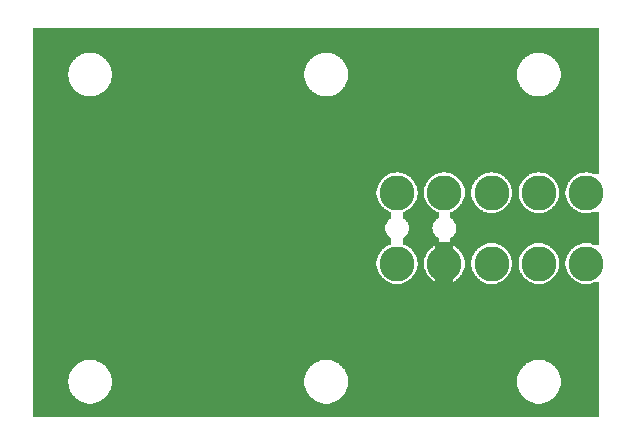
<source format=gbl>
G04 MADE WITH FRITZING*
G04 WWW.FRITZING.ORG*
G04 DOUBLE SIDED*
G04 HOLES PLATED*
G04 CONTOUR ON CENTER OF CONTOUR VECTOR*
%ASAXBY*%
%FSLAX23Y23*%
%MOIN*%
%OFA0B0*%
%SFA1.0B1.0*%
%ADD10C,0.075000*%
%ADD11C,0.116772*%
%LNCOPPER0*%
G90*
G70*
G54D10*
X1846Y1269D03*
G54D11*
X1412Y553D03*
X1570Y553D03*
X1885Y553D03*
X1727Y553D03*
X1255Y553D03*
X1255Y789D03*
X1412Y789D03*
X1570Y789D03*
X1727Y789D03*
X1885Y789D03*
G36*
X40Y1338D02*
X40Y1256D01*
X1736Y1256D01*
X1736Y1254D01*
X1746Y1254D01*
X1746Y1252D01*
X1752Y1252D01*
X1752Y1250D01*
X1756Y1250D01*
X1756Y1248D01*
X1760Y1248D01*
X1760Y1246D01*
X1764Y1246D01*
X1764Y1244D01*
X1768Y1244D01*
X1768Y1242D01*
X1770Y1242D01*
X1770Y1240D01*
X1772Y1240D01*
X1772Y1238D01*
X1774Y1238D01*
X1774Y1236D01*
X1778Y1236D01*
X1778Y1234D01*
X1780Y1234D01*
X1780Y1232D01*
X1782Y1232D01*
X1782Y1228D01*
X1784Y1228D01*
X1784Y1226D01*
X1786Y1226D01*
X1786Y1224D01*
X1788Y1224D01*
X1788Y1220D01*
X1790Y1220D01*
X1790Y1218D01*
X1792Y1218D01*
X1792Y1214D01*
X1794Y1214D01*
X1794Y1210D01*
X1796Y1210D01*
X1796Y1204D01*
X1798Y1204D01*
X1798Y1196D01*
X1800Y1196D01*
X1800Y1170D01*
X1798Y1170D01*
X1798Y1162D01*
X1796Y1162D01*
X1796Y1156D01*
X1794Y1156D01*
X1794Y1152D01*
X1792Y1152D01*
X1792Y1148D01*
X1790Y1148D01*
X1790Y1144D01*
X1788Y1144D01*
X1788Y1142D01*
X1786Y1142D01*
X1786Y1138D01*
X1784Y1138D01*
X1784Y1136D01*
X1782Y1136D01*
X1782Y1134D01*
X1780Y1134D01*
X1780Y1132D01*
X1778Y1132D01*
X1778Y1130D01*
X1776Y1130D01*
X1776Y1128D01*
X1774Y1128D01*
X1774Y1126D01*
X1772Y1126D01*
X1772Y1124D01*
X1768Y1124D01*
X1768Y1122D01*
X1766Y1122D01*
X1766Y1120D01*
X1762Y1120D01*
X1762Y1118D01*
X1758Y1118D01*
X1758Y1116D01*
X1754Y1116D01*
X1754Y1114D01*
X1748Y1114D01*
X1748Y1112D01*
X1740Y1112D01*
X1740Y1110D01*
X1928Y1110D01*
X1928Y1338D01*
X40Y1338D01*
G37*
D02*
G36*
X40Y1256D02*
X40Y1110D01*
X218Y1110D01*
X218Y1112D01*
X210Y1112D01*
X210Y1114D01*
X204Y1114D01*
X204Y1116D01*
X200Y1116D01*
X200Y1118D01*
X196Y1118D01*
X196Y1120D01*
X194Y1120D01*
X194Y1122D01*
X190Y1122D01*
X190Y1124D01*
X188Y1124D01*
X188Y1126D01*
X186Y1126D01*
X186Y1128D01*
X182Y1128D01*
X182Y1130D01*
X180Y1130D01*
X180Y1132D01*
X178Y1132D01*
X178Y1134D01*
X176Y1134D01*
X176Y1138D01*
X174Y1138D01*
X174Y1140D01*
X172Y1140D01*
X172Y1142D01*
X170Y1142D01*
X170Y1146D01*
X168Y1146D01*
X168Y1150D01*
X166Y1150D01*
X166Y1154D01*
X164Y1154D01*
X164Y1158D01*
X162Y1158D01*
X162Y1164D01*
X160Y1164D01*
X160Y1174D01*
X158Y1174D01*
X158Y1192D01*
X160Y1192D01*
X160Y1202D01*
X162Y1202D01*
X162Y1208D01*
X164Y1208D01*
X164Y1212D01*
X166Y1212D01*
X166Y1216D01*
X168Y1216D01*
X168Y1220D01*
X170Y1220D01*
X170Y1222D01*
X172Y1222D01*
X172Y1226D01*
X174Y1226D01*
X174Y1228D01*
X176Y1228D01*
X176Y1230D01*
X178Y1230D01*
X178Y1232D01*
X180Y1232D01*
X180Y1234D01*
X182Y1234D01*
X182Y1236D01*
X184Y1236D01*
X184Y1238D01*
X186Y1238D01*
X186Y1240D01*
X188Y1240D01*
X188Y1242D01*
X192Y1242D01*
X192Y1244D01*
X194Y1244D01*
X194Y1246D01*
X198Y1246D01*
X198Y1248D01*
X202Y1248D01*
X202Y1250D01*
X206Y1250D01*
X206Y1252D01*
X212Y1252D01*
X212Y1254D01*
X222Y1254D01*
X222Y1256D01*
X40Y1256D01*
G37*
D02*
G36*
X240Y1256D02*
X240Y1254D01*
X250Y1254D01*
X250Y1252D01*
X256Y1252D01*
X256Y1250D01*
X260Y1250D01*
X260Y1248D01*
X264Y1248D01*
X264Y1246D01*
X268Y1246D01*
X268Y1244D01*
X272Y1244D01*
X272Y1242D01*
X274Y1242D01*
X274Y1240D01*
X276Y1240D01*
X276Y1238D01*
X278Y1238D01*
X278Y1236D01*
X282Y1236D01*
X282Y1234D01*
X284Y1234D01*
X284Y1232D01*
X286Y1232D01*
X286Y1228D01*
X288Y1228D01*
X288Y1226D01*
X290Y1226D01*
X290Y1224D01*
X292Y1224D01*
X292Y1220D01*
X294Y1220D01*
X294Y1218D01*
X296Y1218D01*
X296Y1214D01*
X298Y1214D01*
X298Y1208D01*
X300Y1208D01*
X300Y1204D01*
X302Y1204D01*
X302Y1196D01*
X304Y1196D01*
X304Y1170D01*
X302Y1170D01*
X302Y1162D01*
X300Y1162D01*
X300Y1156D01*
X298Y1156D01*
X298Y1152D01*
X296Y1152D01*
X296Y1148D01*
X294Y1148D01*
X294Y1144D01*
X292Y1144D01*
X292Y1142D01*
X290Y1142D01*
X290Y1138D01*
X288Y1138D01*
X288Y1136D01*
X286Y1136D01*
X286Y1134D01*
X284Y1134D01*
X284Y1132D01*
X282Y1132D01*
X282Y1130D01*
X280Y1130D01*
X280Y1128D01*
X278Y1128D01*
X278Y1126D01*
X276Y1126D01*
X276Y1124D01*
X272Y1124D01*
X272Y1122D01*
X270Y1122D01*
X270Y1120D01*
X266Y1120D01*
X266Y1118D01*
X262Y1118D01*
X262Y1116D01*
X258Y1116D01*
X258Y1114D01*
X252Y1114D01*
X252Y1112D01*
X244Y1112D01*
X244Y1110D01*
X1006Y1110D01*
X1006Y1112D01*
X998Y1112D01*
X998Y1114D01*
X992Y1114D01*
X992Y1116D01*
X988Y1116D01*
X988Y1118D01*
X984Y1118D01*
X984Y1120D01*
X980Y1120D01*
X980Y1122D01*
X978Y1122D01*
X978Y1124D01*
X976Y1124D01*
X976Y1126D01*
X972Y1126D01*
X972Y1128D01*
X970Y1128D01*
X970Y1130D01*
X968Y1130D01*
X968Y1132D01*
X966Y1132D01*
X966Y1134D01*
X964Y1134D01*
X964Y1136D01*
X962Y1136D01*
X962Y1140D01*
X960Y1140D01*
X960Y1142D01*
X958Y1142D01*
X958Y1144D01*
X956Y1144D01*
X956Y1148D01*
X954Y1148D01*
X954Y1152D01*
X952Y1152D01*
X952Y1156D01*
X950Y1156D01*
X950Y1162D01*
X948Y1162D01*
X948Y1170D01*
X946Y1170D01*
X946Y1196D01*
X948Y1196D01*
X948Y1204D01*
X950Y1204D01*
X950Y1208D01*
X952Y1208D01*
X952Y1214D01*
X954Y1214D01*
X954Y1218D01*
X956Y1218D01*
X956Y1220D01*
X958Y1220D01*
X958Y1224D01*
X960Y1224D01*
X960Y1226D01*
X962Y1226D01*
X962Y1228D01*
X964Y1228D01*
X964Y1230D01*
X966Y1230D01*
X966Y1234D01*
X968Y1234D01*
X968Y1236D01*
X972Y1236D01*
X972Y1238D01*
X974Y1238D01*
X974Y1240D01*
X976Y1240D01*
X976Y1242D01*
X978Y1242D01*
X978Y1244D01*
X982Y1244D01*
X982Y1246D01*
X986Y1246D01*
X986Y1248D01*
X990Y1248D01*
X990Y1250D01*
X994Y1250D01*
X994Y1252D01*
X1000Y1252D01*
X1000Y1254D01*
X1010Y1254D01*
X1010Y1256D01*
X240Y1256D01*
G37*
D02*
G36*
X1028Y1256D02*
X1028Y1254D01*
X1038Y1254D01*
X1038Y1252D01*
X1044Y1252D01*
X1044Y1250D01*
X1048Y1250D01*
X1048Y1248D01*
X1052Y1248D01*
X1052Y1246D01*
X1056Y1246D01*
X1056Y1244D01*
X1058Y1244D01*
X1058Y1242D01*
X1062Y1242D01*
X1062Y1240D01*
X1064Y1240D01*
X1064Y1238D01*
X1066Y1238D01*
X1066Y1236D01*
X1068Y1236D01*
X1068Y1234D01*
X1070Y1234D01*
X1070Y1232D01*
X1072Y1232D01*
X1072Y1230D01*
X1074Y1230D01*
X1074Y1228D01*
X1076Y1228D01*
X1076Y1226D01*
X1078Y1226D01*
X1078Y1222D01*
X1080Y1222D01*
X1080Y1220D01*
X1082Y1220D01*
X1082Y1216D01*
X1084Y1216D01*
X1084Y1212D01*
X1086Y1212D01*
X1086Y1208D01*
X1088Y1208D01*
X1088Y1202D01*
X1090Y1202D01*
X1090Y1192D01*
X1092Y1192D01*
X1092Y1172D01*
X1090Y1172D01*
X1090Y1164D01*
X1088Y1164D01*
X1088Y1158D01*
X1086Y1158D01*
X1086Y1154D01*
X1084Y1154D01*
X1084Y1150D01*
X1082Y1150D01*
X1082Y1146D01*
X1080Y1146D01*
X1080Y1142D01*
X1078Y1142D01*
X1078Y1140D01*
X1076Y1140D01*
X1076Y1138D01*
X1074Y1138D01*
X1074Y1134D01*
X1072Y1134D01*
X1072Y1132D01*
X1070Y1132D01*
X1070Y1130D01*
X1068Y1130D01*
X1068Y1128D01*
X1064Y1128D01*
X1064Y1126D01*
X1062Y1126D01*
X1062Y1124D01*
X1060Y1124D01*
X1060Y1122D01*
X1056Y1122D01*
X1056Y1120D01*
X1054Y1120D01*
X1054Y1118D01*
X1050Y1118D01*
X1050Y1116D01*
X1046Y1116D01*
X1046Y1114D01*
X1040Y1114D01*
X1040Y1112D01*
X1032Y1112D01*
X1032Y1110D01*
X1714Y1110D01*
X1714Y1112D01*
X1706Y1112D01*
X1706Y1114D01*
X1700Y1114D01*
X1700Y1116D01*
X1696Y1116D01*
X1696Y1118D01*
X1692Y1118D01*
X1692Y1120D01*
X1690Y1120D01*
X1690Y1122D01*
X1686Y1122D01*
X1686Y1124D01*
X1684Y1124D01*
X1684Y1126D01*
X1682Y1126D01*
X1682Y1128D01*
X1678Y1128D01*
X1678Y1130D01*
X1676Y1130D01*
X1676Y1132D01*
X1674Y1132D01*
X1674Y1136D01*
X1672Y1136D01*
X1672Y1138D01*
X1670Y1138D01*
X1670Y1140D01*
X1668Y1140D01*
X1668Y1142D01*
X1666Y1142D01*
X1666Y1146D01*
X1664Y1146D01*
X1664Y1150D01*
X1662Y1150D01*
X1662Y1154D01*
X1660Y1154D01*
X1660Y1158D01*
X1658Y1158D01*
X1658Y1164D01*
X1656Y1164D01*
X1656Y1174D01*
X1654Y1174D01*
X1654Y1192D01*
X1656Y1192D01*
X1656Y1202D01*
X1658Y1202D01*
X1658Y1208D01*
X1660Y1208D01*
X1660Y1212D01*
X1662Y1212D01*
X1662Y1216D01*
X1664Y1216D01*
X1664Y1220D01*
X1666Y1220D01*
X1666Y1222D01*
X1668Y1222D01*
X1668Y1226D01*
X1670Y1226D01*
X1670Y1228D01*
X1672Y1228D01*
X1672Y1230D01*
X1674Y1230D01*
X1674Y1232D01*
X1676Y1232D01*
X1676Y1234D01*
X1678Y1234D01*
X1678Y1236D01*
X1680Y1236D01*
X1680Y1238D01*
X1682Y1238D01*
X1682Y1240D01*
X1684Y1240D01*
X1684Y1242D01*
X1688Y1242D01*
X1688Y1244D01*
X1690Y1244D01*
X1690Y1246D01*
X1694Y1246D01*
X1694Y1248D01*
X1698Y1248D01*
X1698Y1250D01*
X1702Y1250D01*
X1702Y1252D01*
X1708Y1252D01*
X1708Y1254D01*
X1718Y1254D01*
X1718Y1256D01*
X1028Y1256D01*
G37*
D02*
G36*
X40Y1110D02*
X40Y1108D01*
X1928Y1108D01*
X1928Y1110D01*
X40Y1110D01*
G37*
D02*
G36*
X40Y1110D02*
X40Y1108D01*
X1928Y1108D01*
X1928Y1110D01*
X40Y1110D01*
G37*
D02*
G36*
X40Y1110D02*
X40Y1108D01*
X1928Y1108D01*
X1928Y1110D01*
X40Y1110D01*
G37*
D02*
G36*
X40Y1110D02*
X40Y1108D01*
X1928Y1108D01*
X1928Y1110D01*
X40Y1110D01*
G37*
D02*
G36*
X40Y1108D02*
X40Y858D01*
X1890Y858D01*
X1890Y856D01*
X1900Y856D01*
X1900Y854D01*
X1906Y854D01*
X1906Y852D01*
X1928Y852D01*
X1928Y1108D01*
X40Y1108D01*
G37*
D02*
G36*
X40Y858D02*
X40Y484D01*
X1246Y484D01*
X1246Y486D01*
X1238Y486D01*
X1238Y488D01*
X1232Y488D01*
X1232Y490D01*
X1228Y490D01*
X1228Y492D01*
X1224Y492D01*
X1224Y494D01*
X1220Y494D01*
X1220Y496D01*
X1218Y496D01*
X1218Y498D01*
X1214Y498D01*
X1214Y500D01*
X1212Y500D01*
X1212Y502D01*
X1210Y502D01*
X1210Y504D01*
X1208Y504D01*
X1208Y506D01*
X1206Y506D01*
X1206Y508D01*
X1204Y508D01*
X1204Y510D01*
X1202Y510D01*
X1202Y512D01*
X1200Y512D01*
X1200Y516D01*
X1198Y516D01*
X1198Y518D01*
X1196Y518D01*
X1196Y522D01*
X1194Y522D01*
X1194Y526D01*
X1192Y526D01*
X1192Y530D01*
X1190Y530D01*
X1190Y536D01*
X1188Y536D01*
X1188Y546D01*
X1186Y546D01*
X1186Y560D01*
X1188Y560D01*
X1188Y570D01*
X1190Y570D01*
X1190Y574D01*
X1192Y574D01*
X1192Y580D01*
X1194Y580D01*
X1194Y584D01*
X1196Y584D01*
X1196Y586D01*
X1198Y586D01*
X1198Y590D01*
X1200Y590D01*
X1200Y592D01*
X1202Y592D01*
X1202Y594D01*
X1204Y594D01*
X1204Y598D01*
X1206Y598D01*
X1206Y600D01*
X1208Y600D01*
X1208Y602D01*
X1210Y602D01*
X1210Y604D01*
X1214Y604D01*
X1214Y606D01*
X1216Y606D01*
X1216Y608D01*
X1218Y608D01*
X1218Y610D01*
X1222Y610D01*
X1222Y612D01*
X1224Y612D01*
X1224Y614D01*
X1228Y614D01*
X1228Y616D01*
X1234Y616D01*
X1234Y618D01*
X1236Y618D01*
X1236Y638D01*
X1232Y638D01*
X1232Y640D01*
X1230Y640D01*
X1230Y642D01*
X1228Y642D01*
X1228Y644D01*
X1226Y644D01*
X1226Y646D01*
X1224Y646D01*
X1224Y648D01*
X1222Y648D01*
X1222Y652D01*
X1220Y652D01*
X1220Y656D01*
X1218Y656D01*
X1218Y660D01*
X1216Y660D01*
X1216Y682D01*
X1218Y682D01*
X1218Y686D01*
X1220Y686D01*
X1220Y690D01*
X1222Y690D01*
X1222Y692D01*
X1224Y692D01*
X1224Y696D01*
X1226Y696D01*
X1226Y698D01*
X1228Y698D01*
X1228Y700D01*
X1230Y700D01*
X1230Y702D01*
X1234Y702D01*
X1234Y704D01*
X1236Y704D01*
X1236Y724D01*
X1232Y724D01*
X1232Y726D01*
X1228Y726D01*
X1228Y728D01*
X1224Y728D01*
X1224Y730D01*
X1220Y730D01*
X1220Y732D01*
X1218Y732D01*
X1218Y734D01*
X1216Y734D01*
X1216Y736D01*
X1212Y736D01*
X1212Y738D01*
X1210Y738D01*
X1210Y740D01*
X1208Y740D01*
X1208Y742D01*
X1206Y742D01*
X1206Y744D01*
X1204Y744D01*
X1204Y746D01*
X1202Y746D01*
X1202Y750D01*
X1200Y750D01*
X1200Y752D01*
X1198Y752D01*
X1198Y754D01*
X1196Y754D01*
X1196Y758D01*
X1194Y758D01*
X1194Y762D01*
X1192Y762D01*
X1192Y766D01*
X1190Y766D01*
X1190Y772D01*
X1188Y772D01*
X1188Y782D01*
X1186Y782D01*
X1186Y796D01*
X1188Y796D01*
X1188Y806D01*
X1190Y806D01*
X1190Y812D01*
X1192Y812D01*
X1192Y816D01*
X1194Y816D01*
X1194Y820D01*
X1196Y820D01*
X1196Y822D01*
X1198Y822D01*
X1198Y826D01*
X1200Y826D01*
X1200Y828D01*
X1202Y828D01*
X1202Y832D01*
X1204Y832D01*
X1204Y834D01*
X1206Y834D01*
X1206Y836D01*
X1208Y836D01*
X1208Y838D01*
X1210Y838D01*
X1210Y840D01*
X1212Y840D01*
X1212Y842D01*
X1216Y842D01*
X1216Y844D01*
X1218Y844D01*
X1218Y846D01*
X1222Y846D01*
X1222Y848D01*
X1224Y848D01*
X1224Y850D01*
X1228Y850D01*
X1228Y852D01*
X1232Y852D01*
X1232Y854D01*
X1238Y854D01*
X1238Y856D01*
X1250Y856D01*
X1250Y858D01*
X40Y858D01*
G37*
D02*
G36*
X1260Y858D02*
X1260Y856D01*
X1272Y856D01*
X1272Y854D01*
X1276Y854D01*
X1276Y852D01*
X1282Y852D01*
X1282Y850D01*
X1286Y850D01*
X1286Y848D01*
X1288Y848D01*
X1288Y846D01*
X1292Y846D01*
X1292Y844D01*
X1294Y844D01*
X1294Y842D01*
X1298Y842D01*
X1298Y840D01*
X1300Y840D01*
X1300Y838D01*
X1302Y838D01*
X1302Y836D01*
X1304Y836D01*
X1304Y834D01*
X1306Y834D01*
X1306Y832D01*
X1308Y832D01*
X1308Y828D01*
X1310Y828D01*
X1310Y826D01*
X1312Y826D01*
X1312Y822D01*
X1314Y822D01*
X1314Y820D01*
X1316Y820D01*
X1316Y816D01*
X1318Y816D01*
X1318Y812D01*
X1320Y812D01*
X1320Y806D01*
X1322Y806D01*
X1322Y796D01*
X1324Y796D01*
X1324Y782D01*
X1322Y782D01*
X1322Y772D01*
X1320Y772D01*
X1320Y766D01*
X1318Y766D01*
X1318Y762D01*
X1316Y762D01*
X1316Y758D01*
X1314Y758D01*
X1314Y754D01*
X1312Y754D01*
X1312Y752D01*
X1310Y752D01*
X1310Y750D01*
X1308Y750D01*
X1308Y746D01*
X1306Y746D01*
X1306Y744D01*
X1304Y744D01*
X1304Y742D01*
X1302Y742D01*
X1302Y740D01*
X1300Y740D01*
X1300Y738D01*
X1298Y738D01*
X1298Y736D01*
X1294Y736D01*
X1294Y734D01*
X1292Y734D01*
X1292Y732D01*
X1290Y732D01*
X1290Y730D01*
X1286Y730D01*
X1286Y728D01*
X1282Y728D01*
X1282Y726D01*
X1278Y726D01*
X1278Y724D01*
X1274Y724D01*
X1274Y704D01*
X1276Y704D01*
X1276Y702D01*
X1280Y702D01*
X1280Y700D01*
X1282Y700D01*
X1282Y698D01*
X1284Y698D01*
X1284Y696D01*
X1286Y696D01*
X1286Y692D01*
X1288Y692D01*
X1288Y690D01*
X1290Y690D01*
X1290Y686D01*
X1292Y686D01*
X1292Y680D01*
X1294Y680D01*
X1294Y660D01*
X1292Y660D01*
X1292Y656D01*
X1290Y656D01*
X1290Y652D01*
X1288Y652D01*
X1288Y648D01*
X1286Y648D01*
X1286Y646D01*
X1284Y646D01*
X1284Y644D01*
X1282Y644D01*
X1282Y642D01*
X1280Y642D01*
X1280Y640D01*
X1278Y640D01*
X1278Y638D01*
X1274Y638D01*
X1274Y618D01*
X1276Y618D01*
X1276Y616D01*
X1282Y616D01*
X1282Y614D01*
X1284Y614D01*
X1284Y612D01*
X1288Y612D01*
X1288Y610D01*
X1292Y610D01*
X1292Y608D01*
X1294Y608D01*
X1294Y606D01*
X1296Y606D01*
X1296Y604D01*
X1300Y604D01*
X1300Y602D01*
X1302Y602D01*
X1302Y600D01*
X1304Y600D01*
X1304Y598D01*
X1306Y598D01*
X1306Y594D01*
X1308Y594D01*
X1308Y592D01*
X1310Y592D01*
X1310Y590D01*
X1312Y590D01*
X1312Y586D01*
X1314Y586D01*
X1314Y584D01*
X1316Y584D01*
X1316Y580D01*
X1318Y580D01*
X1318Y574D01*
X1320Y574D01*
X1320Y568D01*
X1322Y568D01*
X1322Y558D01*
X1324Y558D01*
X1324Y546D01*
X1322Y546D01*
X1322Y536D01*
X1320Y536D01*
X1320Y530D01*
X1318Y530D01*
X1318Y526D01*
X1316Y526D01*
X1316Y522D01*
X1314Y522D01*
X1314Y518D01*
X1312Y518D01*
X1312Y516D01*
X1310Y516D01*
X1310Y514D01*
X1308Y514D01*
X1308Y510D01*
X1306Y510D01*
X1306Y508D01*
X1304Y508D01*
X1304Y506D01*
X1302Y506D01*
X1302Y504D01*
X1300Y504D01*
X1300Y502D01*
X1298Y502D01*
X1298Y500D01*
X1296Y500D01*
X1296Y498D01*
X1292Y498D01*
X1292Y496D01*
X1290Y496D01*
X1290Y494D01*
X1286Y494D01*
X1286Y492D01*
X1282Y492D01*
X1282Y490D01*
X1278Y490D01*
X1278Y488D01*
X1272Y488D01*
X1272Y486D01*
X1264Y486D01*
X1264Y484D01*
X1404Y484D01*
X1404Y486D01*
X1396Y486D01*
X1396Y488D01*
X1390Y488D01*
X1390Y490D01*
X1386Y490D01*
X1386Y492D01*
X1382Y492D01*
X1382Y494D01*
X1378Y494D01*
X1378Y496D01*
X1374Y496D01*
X1374Y498D01*
X1372Y498D01*
X1372Y500D01*
X1370Y500D01*
X1370Y502D01*
X1368Y502D01*
X1368Y504D01*
X1366Y504D01*
X1366Y506D01*
X1364Y506D01*
X1364Y508D01*
X1362Y508D01*
X1362Y510D01*
X1360Y510D01*
X1360Y512D01*
X1358Y512D01*
X1358Y514D01*
X1356Y514D01*
X1356Y518D01*
X1354Y518D01*
X1354Y522D01*
X1352Y522D01*
X1352Y524D01*
X1350Y524D01*
X1350Y530D01*
X1348Y530D01*
X1348Y534D01*
X1346Y534D01*
X1346Y542D01*
X1344Y542D01*
X1344Y562D01*
X1346Y562D01*
X1346Y570D01*
X1348Y570D01*
X1348Y576D01*
X1350Y576D01*
X1350Y580D01*
X1352Y580D01*
X1352Y584D01*
X1354Y584D01*
X1354Y588D01*
X1356Y588D01*
X1356Y590D01*
X1358Y590D01*
X1358Y594D01*
X1360Y594D01*
X1360Y596D01*
X1362Y596D01*
X1362Y598D01*
X1364Y598D01*
X1364Y600D01*
X1366Y600D01*
X1366Y602D01*
X1368Y602D01*
X1368Y604D01*
X1370Y604D01*
X1370Y606D01*
X1374Y606D01*
X1374Y608D01*
X1376Y608D01*
X1376Y610D01*
X1378Y610D01*
X1378Y612D01*
X1382Y612D01*
X1382Y614D01*
X1386Y614D01*
X1386Y616D01*
X1392Y616D01*
X1392Y618D01*
X1394Y618D01*
X1394Y638D01*
X1390Y638D01*
X1390Y640D01*
X1388Y640D01*
X1388Y642D01*
X1386Y642D01*
X1386Y644D01*
X1384Y644D01*
X1384Y646D01*
X1382Y646D01*
X1382Y648D01*
X1380Y648D01*
X1380Y650D01*
X1378Y650D01*
X1378Y654D01*
X1376Y654D01*
X1376Y658D01*
X1374Y658D01*
X1374Y668D01*
X1372Y668D01*
X1372Y674D01*
X1374Y674D01*
X1374Y682D01*
X1376Y682D01*
X1376Y688D01*
X1378Y688D01*
X1378Y690D01*
X1380Y690D01*
X1380Y694D01*
X1382Y694D01*
X1382Y696D01*
X1384Y696D01*
X1384Y698D01*
X1386Y698D01*
X1386Y700D01*
X1388Y700D01*
X1388Y702D01*
X1390Y702D01*
X1390Y704D01*
X1394Y704D01*
X1394Y724D01*
X1390Y724D01*
X1390Y726D01*
X1386Y726D01*
X1386Y728D01*
X1382Y728D01*
X1382Y730D01*
X1378Y730D01*
X1378Y732D01*
X1376Y732D01*
X1376Y734D01*
X1372Y734D01*
X1372Y736D01*
X1370Y736D01*
X1370Y738D01*
X1368Y738D01*
X1368Y740D01*
X1366Y740D01*
X1366Y742D01*
X1364Y742D01*
X1364Y744D01*
X1362Y744D01*
X1362Y746D01*
X1360Y746D01*
X1360Y748D01*
X1358Y748D01*
X1358Y752D01*
X1356Y752D01*
X1356Y754D01*
X1354Y754D01*
X1354Y758D01*
X1352Y758D01*
X1352Y760D01*
X1350Y760D01*
X1350Y766D01*
X1348Y766D01*
X1348Y770D01*
X1346Y770D01*
X1346Y778D01*
X1344Y778D01*
X1344Y800D01*
X1346Y800D01*
X1346Y808D01*
X1348Y808D01*
X1348Y812D01*
X1350Y812D01*
X1350Y816D01*
X1352Y816D01*
X1352Y820D01*
X1354Y820D01*
X1354Y824D01*
X1356Y824D01*
X1356Y826D01*
X1358Y826D01*
X1358Y830D01*
X1360Y830D01*
X1360Y832D01*
X1362Y832D01*
X1362Y834D01*
X1364Y834D01*
X1364Y836D01*
X1366Y836D01*
X1366Y838D01*
X1368Y838D01*
X1368Y840D01*
X1370Y840D01*
X1370Y842D01*
X1372Y842D01*
X1372Y844D01*
X1376Y844D01*
X1376Y846D01*
X1378Y846D01*
X1378Y848D01*
X1382Y848D01*
X1382Y850D01*
X1386Y850D01*
X1386Y852D01*
X1390Y852D01*
X1390Y854D01*
X1396Y854D01*
X1396Y856D01*
X1406Y856D01*
X1406Y858D01*
X1260Y858D01*
G37*
D02*
G36*
X1418Y858D02*
X1418Y856D01*
X1428Y856D01*
X1428Y854D01*
X1434Y854D01*
X1434Y852D01*
X1440Y852D01*
X1440Y850D01*
X1442Y850D01*
X1442Y848D01*
X1446Y848D01*
X1446Y846D01*
X1450Y846D01*
X1450Y844D01*
X1452Y844D01*
X1452Y842D01*
X1454Y842D01*
X1454Y840D01*
X1456Y840D01*
X1456Y838D01*
X1458Y838D01*
X1458Y836D01*
X1460Y836D01*
X1460Y834D01*
X1462Y834D01*
X1462Y832D01*
X1464Y832D01*
X1464Y830D01*
X1466Y830D01*
X1466Y828D01*
X1468Y828D01*
X1468Y826D01*
X1470Y826D01*
X1470Y822D01*
X1472Y822D01*
X1472Y818D01*
X1474Y818D01*
X1474Y814D01*
X1476Y814D01*
X1476Y810D01*
X1478Y810D01*
X1478Y804D01*
X1480Y804D01*
X1480Y774D01*
X1478Y774D01*
X1478Y768D01*
X1476Y768D01*
X1476Y764D01*
X1474Y764D01*
X1474Y760D01*
X1472Y760D01*
X1472Y756D01*
X1470Y756D01*
X1470Y752D01*
X1468Y752D01*
X1468Y750D01*
X1466Y750D01*
X1466Y748D01*
X1464Y748D01*
X1464Y746D01*
X1462Y746D01*
X1462Y742D01*
X1460Y742D01*
X1460Y740D01*
X1458Y740D01*
X1458Y738D01*
X1454Y738D01*
X1454Y736D01*
X1452Y736D01*
X1452Y734D01*
X1450Y734D01*
X1450Y732D01*
X1446Y732D01*
X1446Y730D01*
X1444Y730D01*
X1444Y728D01*
X1440Y728D01*
X1440Y726D01*
X1434Y726D01*
X1434Y724D01*
X1432Y724D01*
X1432Y720D01*
X1562Y720D01*
X1562Y722D01*
X1554Y722D01*
X1554Y724D01*
X1548Y724D01*
X1548Y726D01*
X1542Y726D01*
X1542Y728D01*
X1540Y728D01*
X1540Y730D01*
X1536Y730D01*
X1536Y732D01*
X1532Y732D01*
X1532Y734D01*
X1530Y734D01*
X1530Y736D01*
X1528Y736D01*
X1528Y738D01*
X1526Y738D01*
X1526Y740D01*
X1524Y740D01*
X1524Y742D01*
X1522Y742D01*
X1522Y744D01*
X1520Y744D01*
X1520Y746D01*
X1518Y746D01*
X1518Y748D01*
X1516Y748D01*
X1516Y750D01*
X1514Y750D01*
X1514Y754D01*
X1512Y754D01*
X1512Y756D01*
X1510Y756D01*
X1510Y760D01*
X1508Y760D01*
X1508Y764D01*
X1506Y764D01*
X1506Y770D01*
X1504Y770D01*
X1504Y776D01*
X1502Y776D01*
X1502Y802D01*
X1504Y802D01*
X1504Y808D01*
X1506Y808D01*
X1506Y814D01*
X1508Y814D01*
X1508Y818D01*
X1510Y818D01*
X1510Y822D01*
X1512Y822D01*
X1512Y824D01*
X1514Y824D01*
X1514Y828D01*
X1516Y828D01*
X1516Y830D01*
X1518Y830D01*
X1518Y832D01*
X1520Y832D01*
X1520Y834D01*
X1522Y834D01*
X1522Y836D01*
X1524Y836D01*
X1524Y838D01*
X1526Y838D01*
X1526Y840D01*
X1528Y840D01*
X1528Y842D01*
X1530Y842D01*
X1530Y844D01*
X1534Y844D01*
X1534Y846D01*
X1536Y846D01*
X1536Y848D01*
X1540Y848D01*
X1540Y850D01*
X1544Y850D01*
X1544Y852D01*
X1548Y852D01*
X1548Y854D01*
X1554Y854D01*
X1554Y856D01*
X1564Y856D01*
X1564Y858D01*
X1418Y858D01*
G37*
D02*
G36*
X1576Y858D02*
X1576Y856D01*
X1586Y856D01*
X1586Y854D01*
X1592Y854D01*
X1592Y852D01*
X1596Y852D01*
X1596Y850D01*
X1600Y850D01*
X1600Y848D01*
X1604Y848D01*
X1604Y846D01*
X1606Y846D01*
X1606Y844D01*
X1610Y844D01*
X1610Y842D01*
X1612Y842D01*
X1612Y840D01*
X1614Y840D01*
X1614Y838D01*
X1616Y838D01*
X1616Y836D01*
X1618Y836D01*
X1618Y834D01*
X1620Y834D01*
X1620Y832D01*
X1622Y832D01*
X1622Y830D01*
X1624Y830D01*
X1624Y828D01*
X1626Y828D01*
X1626Y824D01*
X1628Y824D01*
X1628Y822D01*
X1630Y822D01*
X1630Y818D01*
X1632Y818D01*
X1632Y814D01*
X1634Y814D01*
X1634Y808D01*
X1636Y808D01*
X1636Y800D01*
X1638Y800D01*
X1638Y776D01*
X1636Y776D01*
X1636Y770D01*
X1634Y770D01*
X1634Y764D01*
X1632Y764D01*
X1632Y760D01*
X1630Y760D01*
X1630Y756D01*
X1628Y756D01*
X1628Y754D01*
X1626Y754D01*
X1626Y750D01*
X1624Y750D01*
X1624Y748D01*
X1622Y748D01*
X1622Y746D01*
X1620Y746D01*
X1620Y744D01*
X1618Y744D01*
X1618Y742D01*
X1616Y742D01*
X1616Y740D01*
X1614Y740D01*
X1614Y738D01*
X1612Y738D01*
X1612Y736D01*
X1610Y736D01*
X1610Y734D01*
X1608Y734D01*
X1608Y732D01*
X1604Y732D01*
X1604Y730D01*
X1600Y730D01*
X1600Y728D01*
X1596Y728D01*
X1596Y726D01*
X1592Y726D01*
X1592Y724D01*
X1586Y724D01*
X1586Y722D01*
X1578Y722D01*
X1578Y720D01*
X1720Y720D01*
X1720Y722D01*
X1710Y722D01*
X1710Y724D01*
X1704Y724D01*
X1704Y726D01*
X1700Y726D01*
X1700Y728D01*
X1696Y728D01*
X1696Y730D01*
X1694Y730D01*
X1694Y732D01*
X1690Y732D01*
X1690Y734D01*
X1688Y734D01*
X1688Y736D01*
X1686Y736D01*
X1686Y738D01*
X1682Y738D01*
X1682Y740D01*
X1680Y740D01*
X1680Y742D01*
X1678Y742D01*
X1678Y744D01*
X1676Y744D01*
X1676Y748D01*
X1674Y748D01*
X1674Y750D01*
X1672Y750D01*
X1672Y752D01*
X1670Y752D01*
X1670Y756D01*
X1668Y756D01*
X1668Y760D01*
X1666Y760D01*
X1666Y762D01*
X1664Y762D01*
X1664Y768D01*
X1662Y768D01*
X1662Y774D01*
X1660Y774D01*
X1660Y804D01*
X1662Y804D01*
X1662Y810D01*
X1664Y810D01*
X1664Y814D01*
X1666Y814D01*
X1666Y818D01*
X1668Y818D01*
X1668Y822D01*
X1670Y822D01*
X1670Y826D01*
X1672Y826D01*
X1672Y828D01*
X1674Y828D01*
X1674Y830D01*
X1676Y830D01*
X1676Y832D01*
X1678Y832D01*
X1678Y836D01*
X1680Y836D01*
X1680Y838D01*
X1684Y838D01*
X1684Y840D01*
X1686Y840D01*
X1686Y842D01*
X1688Y842D01*
X1688Y844D01*
X1690Y844D01*
X1690Y846D01*
X1694Y846D01*
X1694Y848D01*
X1696Y848D01*
X1696Y850D01*
X1700Y850D01*
X1700Y852D01*
X1706Y852D01*
X1706Y854D01*
X1712Y854D01*
X1712Y856D01*
X1722Y856D01*
X1722Y858D01*
X1576Y858D01*
G37*
D02*
G36*
X1732Y858D02*
X1732Y856D01*
X1744Y856D01*
X1744Y854D01*
X1750Y854D01*
X1750Y852D01*
X1754Y852D01*
X1754Y850D01*
X1758Y850D01*
X1758Y848D01*
X1762Y848D01*
X1762Y846D01*
X1764Y846D01*
X1764Y844D01*
X1766Y844D01*
X1766Y842D01*
X1770Y842D01*
X1770Y840D01*
X1772Y840D01*
X1772Y838D01*
X1774Y838D01*
X1774Y836D01*
X1776Y836D01*
X1776Y834D01*
X1778Y834D01*
X1778Y832D01*
X1780Y832D01*
X1780Y830D01*
X1782Y830D01*
X1782Y826D01*
X1784Y826D01*
X1784Y824D01*
X1786Y824D01*
X1786Y820D01*
X1788Y820D01*
X1788Y816D01*
X1790Y816D01*
X1790Y812D01*
X1792Y812D01*
X1792Y806D01*
X1794Y806D01*
X1794Y798D01*
X1796Y798D01*
X1796Y780D01*
X1794Y780D01*
X1794Y772D01*
X1792Y772D01*
X1792Y766D01*
X1790Y766D01*
X1790Y762D01*
X1788Y762D01*
X1788Y758D01*
X1786Y758D01*
X1786Y754D01*
X1784Y754D01*
X1784Y752D01*
X1782Y752D01*
X1782Y748D01*
X1780Y748D01*
X1780Y746D01*
X1778Y746D01*
X1778Y744D01*
X1776Y744D01*
X1776Y742D01*
X1774Y742D01*
X1774Y740D01*
X1772Y740D01*
X1772Y738D01*
X1770Y738D01*
X1770Y736D01*
X1768Y736D01*
X1768Y734D01*
X1764Y734D01*
X1764Y732D01*
X1762Y732D01*
X1762Y730D01*
X1758Y730D01*
X1758Y728D01*
X1754Y728D01*
X1754Y726D01*
X1750Y726D01*
X1750Y724D01*
X1744Y724D01*
X1744Y722D01*
X1734Y722D01*
X1734Y720D01*
X1878Y720D01*
X1878Y722D01*
X1868Y722D01*
X1868Y724D01*
X1862Y724D01*
X1862Y726D01*
X1858Y726D01*
X1858Y728D01*
X1854Y728D01*
X1854Y730D01*
X1850Y730D01*
X1850Y732D01*
X1848Y732D01*
X1848Y734D01*
X1846Y734D01*
X1846Y736D01*
X1842Y736D01*
X1842Y738D01*
X1840Y738D01*
X1840Y740D01*
X1838Y740D01*
X1838Y742D01*
X1836Y742D01*
X1836Y744D01*
X1834Y744D01*
X1834Y746D01*
X1832Y746D01*
X1832Y750D01*
X1830Y750D01*
X1830Y752D01*
X1828Y752D01*
X1828Y754D01*
X1826Y754D01*
X1826Y758D01*
X1824Y758D01*
X1824Y762D01*
X1822Y762D01*
X1822Y766D01*
X1820Y766D01*
X1820Y772D01*
X1818Y772D01*
X1818Y782D01*
X1816Y782D01*
X1816Y796D01*
X1818Y796D01*
X1818Y806D01*
X1820Y806D01*
X1820Y812D01*
X1822Y812D01*
X1822Y816D01*
X1824Y816D01*
X1824Y820D01*
X1826Y820D01*
X1826Y824D01*
X1828Y824D01*
X1828Y826D01*
X1830Y826D01*
X1830Y828D01*
X1832Y828D01*
X1832Y832D01*
X1834Y832D01*
X1834Y834D01*
X1836Y834D01*
X1836Y836D01*
X1838Y836D01*
X1838Y838D01*
X1840Y838D01*
X1840Y840D01*
X1842Y840D01*
X1842Y842D01*
X1846Y842D01*
X1846Y844D01*
X1848Y844D01*
X1848Y846D01*
X1852Y846D01*
X1852Y848D01*
X1854Y848D01*
X1854Y850D01*
X1858Y850D01*
X1858Y852D01*
X1862Y852D01*
X1862Y854D01*
X1868Y854D01*
X1868Y856D01*
X1880Y856D01*
X1880Y858D01*
X1732Y858D01*
G37*
D02*
G36*
X1908Y726D02*
X1908Y724D01*
X1902Y724D01*
X1902Y722D01*
X1892Y722D01*
X1892Y720D01*
X1928Y720D01*
X1928Y726D01*
X1908Y726D01*
G37*
D02*
G36*
X1432Y720D02*
X1432Y718D01*
X1928Y718D01*
X1928Y720D01*
X1432Y720D01*
G37*
D02*
G36*
X1432Y720D02*
X1432Y718D01*
X1928Y718D01*
X1928Y720D01*
X1432Y720D01*
G37*
D02*
G36*
X1432Y720D02*
X1432Y718D01*
X1928Y718D01*
X1928Y720D01*
X1432Y720D01*
G37*
D02*
G36*
X1432Y720D02*
X1432Y718D01*
X1928Y718D01*
X1928Y720D01*
X1432Y720D01*
G37*
D02*
G36*
X1432Y718D02*
X1432Y704D01*
X1434Y704D01*
X1434Y702D01*
X1436Y702D01*
X1436Y700D01*
X1440Y700D01*
X1440Y698D01*
X1442Y698D01*
X1442Y694D01*
X1444Y694D01*
X1444Y692D01*
X1446Y692D01*
X1446Y688D01*
X1448Y688D01*
X1448Y684D01*
X1450Y684D01*
X1450Y678D01*
X1452Y678D01*
X1452Y662D01*
X1450Y662D01*
X1450Y656D01*
X1448Y656D01*
X1448Y652D01*
X1446Y652D01*
X1446Y650D01*
X1444Y650D01*
X1444Y646D01*
X1442Y646D01*
X1442Y644D01*
X1440Y644D01*
X1440Y642D01*
X1438Y642D01*
X1438Y640D01*
X1434Y640D01*
X1434Y638D01*
X1432Y638D01*
X1432Y622D01*
X1888Y622D01*
X1888Y620D01*
X1900Y620D01*
X1900Y618D01*
X1906Y618D01*
X1906Y616D01*
X1928Y616D01*
X1928Y718D01*
X1432Y718D01*
G37*
D02*
G36*
X1432Y622D02*
X1432Y618D01*
X1434Y618D01*
X1434Y616D01*
X1438Y616D01*
X1438Y614D01*
X1442Y614D01*
X1442Y612D01*
X1446Y612D01*
X1446Y610D01*
X1448Y610D01*
X1448Y608D01*
X1452Y608D01*
X1452Y606D01*
X1454Y606D01*
X1454Y604D01*
X1456Y604D01*
X1456Y602D01*
X1458Y602D01*
X1458Y600D01*
X1460Y600D01*
X1460Y598D01*
X1462Y598D01*
X1462Y596D01*
X1464Y596D01*
X1464Y594D01*
X1466Y594D01*
X1466Y592D01*
X1468Y592D01*
X1468Y588D01*
X1470Y588D01*
X1470Y586D01*
X1472Y586D01*
X1472Y582D01*
X1474Y582D01*
X1474Y578D01*
X1476Y578D01*
X1476Y574D01*
X1478Y574D01*
X1478Y566D01*
X1480Y566D01*
X1480Y538D01*
X1478Y538D01*
X1478Y532D01*
X1476Y532D01*
X1476Y528D01*
X1474Y528D01*
X1474Y524D01*
X1472Y524D01*
X1472Y520D01*
X1470Y520D01*
X1470Y516D01*
X1468Y516D01*
X1468Y514D01*
X1466Y514D01*
X1466Y512D01*
X1464Y512D01*
X1464Y508D01*
X1462Y508D01*
X1462Y506D01*
X1460Y506D01*
X1460Y504D01*
X1458Y504D01*
X1458Y502D01*
X1456Y502D01*
X1456Y500D01*
X1452Y500D01*
X1452Y498D01*
X1450Y498D01*
X1450Y496D01*
X1446Y496D01*
X1446Y494D01*
X1444Y494D01*
X1444Y492D01*
X1440Y492D01*
X1440Y490D01*
X1436Y490D01*
X1436Y488D01*
X1430Y488D01*
X1430Y486D01*
X1422Y486D01*
X1422Y484D01*
X1562Y484D01*
X1562Y486D01*
X1552Y486D01*
X1552Y488D01*
X1546Y488D01*
X1546Y490D01*
X1542Y490D01*
X1542Y492D01*
X1538Y492D01*
X1538Y494D01*
X1536Y494D01*
X1536Y496D01*
X1532Y496D01*
X1532Y498D01*
X1530Y498D01*
X1530Y500D01*
X1528Y500D01*
X1528Y502D01*
X1526Y502D01*
X1526Y504D01*
X1522Y504D01*
X1522Y506D01*
X1520Y506D01*
X1520Y510D01*
X1518Y510D01*
X1518Y512D01*
X1516Y512D01*
X1516Y514D01*
X1514Y514D01*
X1514Y518D01*
X1512Y518D01*
X1512Y520D01*
X1510Y520D01*
X1510Y524D01*
X1508Y524D01*
X1508Y528D01*
X1506Y528D01*
X1506Y532D01*
X1504Y532D01*
X1504Y540D01*
X1502Y540D01*
X1502Y566D01*
X1504Y566D01*
X1504Y572D01*
X1506Y572D01*
X1506Y578D01*
X1508Y578D01*
X1508Y582D01*
X1510Y582D01*
X1510Y586D01*
X1512Y586D01*
X1512Y588D01*
X1514Y588D01*
X1514Y592D01*
X1516Y592D01*
X1516Y594D01*
X1518Y594D01*
X1518Y596D01*
X1520Y596D01*
X1520Y598D01*
X1522Y598D01*
X1522Y600D01*
X1524Y600D01*
X1524Y602D01*
X1526Y602D01*
X1526Y604D01*
X1528Y604D01*
X1528Y606D01*
X1530Y606D01*
X1530Y608D01*
X1534Y608D01*
X1534Y610D01*
X1536Y610D01*
X1536Y612D01*
X1540Y612D01*
X1540Y614D01*
X1544Y614D01*
X1544Y616D01*
X1548Y616D01*
X1548Y618D01*
X1554Y618D01*
X1554Y620D01*
X1568Y620D01*
X1568Y622D01*
X1432Y622D01*
G37*
D02*
G36*
X1572Y622D02*
X1572Y620D01*
X1586Y620D01*
X1586Y618D01*
X1592Y618D01*
X1592Y616D01*
X1596Y616D01*
X1596Y614D01*
X1600Y614D01*
X1600Y612D01*
X1604Y612D01*
X1604Y610D01*
X1606Y610D01*
X1606Y608D01*
X1610Y608D01*
X1610Y606D01*
X1612Y606D01*
X1612Y604D01*
X1614Y604D01*
X1614Y602D01*
X1616Y602D01*
X1616Y600D01*
X1618Y600D01*
X1618Y598D01*
X1620Y598D01*
X1620Y596D01*
X1622Y596D01*
X1622Y594D01*
X1624Y594D01*
X1624Y590D01*
X1626Y590D01*
X1626Y588D01*
X1628Y588D01*
X1628Y584D01*
X1630Y584D01*
X1630Y582D01*
X1632Y582D01*
X1632Y578D01*
X1634Y578D01*
X1634Y572D01*
X1636Y572D01*
X1636Y564D01*
X1638Y564D01*
X1638Y540D01*
X1636Y540D01*
X1636Y534D01*
X1634Y534D01*
X1634Y528D01*
X1632Y528D01*
X1632Y524D01*
X1630Y524D01*
X1630Y520D01*
X1628Y520D01*
X1628Y518D01*
X1626Y518D01*
X1626Y514D01*
X1624Y514D01*
X1624Y512D01*
X1622Y512D01*
X1622Y510D01*
X1620Y510D01*
X1620Y508D01*
X1618Y508D01*
X1618Y506D01*
X1616Y506D01*
X1616Y504D01*
X1614Y504D01*
X1614Y502D01*
X1612Y502D01*
X1612Y500D01*
X1610Y500D01*
X1610Y498D01*
X1608Y498D01*
X1608Y496D01*
X1604Y496D01*
X1604Y494D01*
X1602Y494D01*
X1602Y492D01*
X1598Y492D01*
X1598Y490D01*
X1592Y490D01*
X1592Y488D01*
X1588Y488D01*
X1588Y486D01*
X1578Y486D01*
X1578Y484D01*
X1718Y484D01*
X1718Y486D01*
X1710Y486D01*
X1710Y488D01*
X1704Y488D01*
X1704Y490D01*
X1700Y490D01*
X1700Y492D01*
X1696Y492D01*
X1696Y494D01*
X1692Y494D01*
X1692Y496D01*
X1690Y496D01*
X1690Y498D01*
X1688Y498D01*
X1688Y500D01*
X1684Y500D01*
X1684Y502D01*
X1682Y502D01*
X1682Y504D01*
X1680Y504D01*
X1680Y506D01*
X1678Y506D01*
X1678Y508D01*
X1676Y508D01*
X1676Y510D01*
X1674Y510D01*
X1674Y514D01*
X1672Y514D01*
X1672Y516D01*
X1670Y516D01*
X1670Y520D01*
X1668Y520D01*
X1668Y522D01*
X1666Y522D01*
X1666Y526D01*
X1664Y526D01*
X1664Y532D01*
X1662Y532D01*
X1662Y538D01*
X1660Y538D01*
X1660Y568D01*
X1662Y568D01*
X1662Y574D01*
X1664Y574D01*
X1664Y578D01*
X1666Y578D01*
X1666Y582D01*
X1668Y582D01*
X1668Y586D01*
X1670Y586D01*
X1670Y590D01*
X1672Y590D01*
X1672Y592D01*
X1674Y592D01*
X1674Y594D01*
X1676Y594D01*
X1676Y596D01*
X1678Y596D01*
X1678Y598D01*
X1680Y598D01*
X1680Y600D01*
X1682Y600D01*
X1682Y602D01*
X1684Y602D01*
X1684Y604D01*
X1686Y604D01*
X1686Y606D01*
X1688Y606D01*
X1688Y608D01*
X1690Y608D01*
X1690Y610D01*
X1694Y610D01*
X1694Y612D01*
X1698Y612D01*
X1698Y614D01*
X1702Y614D01*
X1702Y616D01*
X1706Y616D01*
X1706Y618D01*
X1712Y618D01*
X1712Y620D01*
X1724Y620D01*
X1724Y622D01*
X1572Y622D01*
G37*
D02*
G36*
X1730Y622D02*
X1730Y620D01*
X1742Y620D01*
X1742Y618D01*
X1748Y618D01*
X1748Y616D01*
X1754Y616D01*
X1754Y614D01*
X1758Y614D01*
X1758Y612D01*
X1760Y612D01*
X1760Y610D01*
X1764Y610D01*
X1764Y608D01*
X1766Y608D01*
X1766Y606D01*
X1770Y606D01*
X1770Y604D01*
X1772Y604D01*
X1772Y602D01*
X1774Y602D01*
X1774Y600D01*
X1776Y600D01*
X1776Y598D01*
X1778Y598D01*
X1778Y596D01*
X1780Y596D01*
X1780Y592D01*
X1782Y592D01*
X1782Y590D01*
X1784Y590D01*
X1784Y588D01*
X1786Y588D01*
X1786Y584D01*
X1788Y584D01*
X1788Y580D01*
X1790Y580D01*
X1790Y576D01*
X1792Y576D01*
X1792Y570D01*
X1794Y570D01*
X1794Y562D01*
X1796Y562D01*
X1796Y544D01*
X1794Y544D01*
X1794Y536D01*
X1792Y536D01*
X1792Y530D01*
X1790Y530D01*
X1790Y526D01*
X1788Y526D01*
X1788Y522D01*
X1786Y522D01*
X1786Y518D01*
X1784Y518D01*
X1784Y516D01*
X1782Y516D01*
X1782Y512D01*
X1780Y512D01*
X1780Y510D01*
X1778Y510D01*
X1778Y508D01*
X1776Y508D01*
X1776Y506D01*
X1774Y506D01*
X1774Y504D01*
X1772Y504D01*
X1772Y502D01*
X1770Y502D01*
X1770Y500D01*
X1768Y500D01*
X1768Y498D01*
X1764Y498D01*
X1764Y496D01*
X1762Y496D01*
X1762Y494D01*
X1758Y494D01*
X1758Y492D01*
X1754Y492D01*
X1754Y490D01*
X1750Y490D01*
X1750Y488D01*
X1744Y488D01*
X1744Y486D01*
X1736Y486D01*
X1736Y484D01*
X1876Y484D01*
X1876Y486D01*
X1868Y486D01*
X1868Y488D01*
X1862Y488D01*
X1862Y490D01*
X1858Y490D01*
X1858Y492D01*
X1854Y492D01*
X1854Y494D01*
X1850Y494D01*
X1850Y496D01*
X1848Y496D01*
X1848Y498D01*
X1844Y498D01*
X1844Y500D01*
X1842Y500D01*
X1842Y502D01*
X1840Y502D01*
X1840Y504D01*
X1838Y504D01*
X1838Y506D01*
X1836Y506D01*
X1836Y508D01*
X1834Y508D01*
X1834Y510D01*
X1832Y510D01*
X1832Y512D01*
X1830Y512D01*
X1830Y516D01*
X1828Y516D01*
X1828Y518D01*
X1826Y518D01*
X1826Y522D01*
X1824Y522D01*
X1824Y526D01*
X1822Y526D01*
X1822Y530D01*
X1820Y530D01*
X1820Y536D01*
X1818Y536D01*
X1818Y546D01*
X1816Y546D01*
X1816Y560D01*
X1818Y560D01*
X1818Y570D01*
X1820Y570D01*
X1820Y576D01*
X1822Y576D01*
X1822Y580D01*
X1824Y580D01*
X1824Y584D01*
X1826Y584D01*
X1826Y586D01*
X1828Y586D01*
X1828Y590D01*
X1830Y590D01*
X1830Y592D01*
X1832Y592D01*
X1832Y596D01*
X1834Y596D01*
X1834Y598D01*
X1836Y598D01*
X1836Y600D01*
X1838Y600D01*
X1838Y602D01*
X1840Y602D01*
X1840Y604D01*
X1844Y604D01*
X1844Y606D01*
X1846Y606D01*
X1846Y608D01*
X1848Y608D01*
X1848Y610D01*
X1852Y610D01*
X1852Y612D01*
X1854Y612D01*
X1854Y614D01*
X1858Y614D01*
X1858Y616D01*
X1864Y616D01*
X1864Y618D01*
X1870Y618D01*
X1870Y620D01*
X1882Y620D01*
X1882Y622D01*
X1730Y622D01*
G37*
D02*
G36*
X1908Y490D02*
X1908Y488D01*
X1902Y488D01*
X1902Y486D01*
X1894Y486D01*
X1894Y484D01*
X1928Y484D01*
X1928Y490D01*
X1908Y490D01*
G37*
D02*
G36*
X40Y484D02*
X40Y482D01*
X1928Y482D01*
X1928Y484D01*
X40Y484D01*
G37*
D02*
G36*
X40Y484D02*
X40Y482D01*
X1928Y482D01*
X1928Y484D01*
X40Y484D01*
G37*
D02*
G36*
X40Y484D02*
X40Y482D01*
X1928Y482D01*
X1928Y484D01*
X40Y484D01*
G37*
D02*
G36*
X40Y484D02*
X40Y482D01*
X1928Y482D01*
X1928Y484D01*
X40Y484D01*
G37*
D02*
G36*
X40Y484D02*
X40Y482D01*
X1928Y482D01*
X1928Y484D01*
X40Y484D01*
G37*
D02*
G36*
X40Y484D02*
X40Y482D01*
X1928Y482D01*
X1928Y484D01*
X40Y484D01*
G37*
D02*
G36*
X40Y482D02*
X40Y232D01*
X1738Y232D01*
X1738Y230D01*
X1748Y230D01*
X1748Y228D01*
X1752Y228D01*
X1752Y226D01*
X1758Y226D01*
X1758Y224D01*
X1762Y224D01*
X1762Y222D01*
X1764Y222D01*
X1764Y220D01*
X1768Y220D01*
X1768Y218D01*
X1770Y218D01*
X1770Y216D01*
X1774Y216D01*
X1774Y214D01*
X1776Y214D01*
X1776Y212D01*
X1778Y212D01*
X1778Y210D01*
X1780Y210D01*
X1780Y208D01*
X1782Y208D01*
X1782Y206D01*
X1784Y206D01*
X1784Y202D01*
X1786Y202D01*
X1786Y200D01*
X1788Y200D01*
X1788Y198D01*
X1790Y198D01*
X1790Y194D01*
X1792Y194D01*
X1792Y190D01*
X1794Y190D01*
X1794Y186D01*
X1796Y186D01*
X1796Y180D01*
X1798Y180D01*
X1798Y172D01*
X1800Y172D01*
X1800Y146D01*
X1798Y146D01*
X1798Y138D01*
X1796Y138D01*
X1796Y132D01*
X1794Y132D01*
X1794Y128D01*
X1792Y128D01*
X1792Y124D01*
X1790Y124D01*
X1790Y120D01*
X1788Y120D01*
X1788Y118D01*
X1786Y118D01*
X1786Y116D01*
X1784Y116D01*
X1784Y112D01*
X1782Y112D01*
X1782Y110D01*
X1780Y110D01*
X1780Y108D01*
X1778Y108D01*
X1778Y106D01*
X1776Y106D01*
X1776Y104D01*
X1774Y104D01*
X1774Y102D01*
X1770Y102D01*
X1770Y100D01*
X1768Y100D01*
X1768Y98D01*
X1764Y98D01*
X1764Y96D01*
X1762Y96D01*
X1762Y94D01*
X1758Y94D01*
X1758Y92D01*
X1754Y92D01*
X1754Y90D01*
X1748Y90D01*
X1748Y88D01*
X1738Y88D01*
X1738Y86D01*
X1928Y86D01*
X1928Y482D01*
X40Y482D01*
G37*
D02*
G36*
X40Y232D02*
X40Y86D01*
X220Y86D01*
X220Y88D01*
X212Y88D01*
X212Y90D01*
X206Y90D01*
X206Y92D01*
X202Y92D01*
X202Y94D01*
X198Y94D01*
X198Y96D01*
X194Y96D01*
X194Y98D01*
X190Y98D01*
X190Y100D01*
X188Y100D01*
X188Y102D01*
X186Y102D01*
X186Y104D01*
X184Y104D01*
X184Y106D01*
X182Y106D01*
X182Y108D01*
X180Y108D01*
X180Y110D01*
X178Y110D01*
X178Y112D01*
X176Y112D01*
X176Y114D01*
X174Y114D01*
X174Y116D01*
X172Y116D01*
X172Y120D01*
X170Y120D01*
X170Y122D01*
X168Y122D01*
X168Y126D01*
X166Y126D01*
X166Y130D01*
X164Y130D01*
X164Y134D01*
X162Y134D01*
X162Y140D01*
X160Y140D01*
X160Y150D01*
X158Y150D01*
X158Y168D01*
X160Y168D01*
X160Y178D01*
X162Y178D01*
X162Y184D01*
X164Y184D01*
X164Y188D01*
X166Y188D01*
X166Y192D01*
X168Y192D01*
X168Y196D01*
X170Y196D01*
X170Y198D01*
X172Y198D01*
X172Y202D01*
X174Y202D01*
X174Y204D01*
X176Y204D01*
X176Y206D01*
X178Y206D01*
X178Y208D01*
X180Y208D01*
X180Y210D01*
X182Y210D01*
X182Y212D01*
X184Y212D01*
X184Y214D01*
X186Y214D01*
X186Y216D01*
X188Y216D01*
X188Y218D01*
X190Y218D01*
X190Y220D01*
X194Y220D01*
X194Y222D01*
X198Y222D01*
X198Y224D01*
X202Y224D01*
X202Y226D01*
X206Y226D01*
X206Y228D01*
X212Y228D01*
X212Y230D01*
X220Y230D01*
X220Y232D01*
X40Y232D01*
G37*
D02*
G36*
X242Y232D02*
X242Y230D01*
X252Y230D01*
X252Y228D01*
X256Y228D01*
X256Y226D01*
X262Y226D01*
X262Y224D01*
X266Y224D01*
X266Y222D01*
X268Y222D01*
X268Y220D01*
X272Y220D01*
X272Y218D01*
X274Y218D01*
X274Y216D01*
X278Y216D01*
X278Y214D01*
X280Y214D01*
X280Y212D01*
X282Y212D01*
X282Y210D01*
X284Y210D01*
X284Y208D01*
X286Y208D01*
X286Y206D01*
X288Y206D01*
X288Y202D01*
X290Y202D01*
X290Y200D01*
X292Y200D01*
X292Y196D01*
X294Y196D01*
X294Y194D01*
X296Y194D01*
X296Y190D01*
X298Y190D01*
X298Y186D01*
X300Y186D01*
X300Y180D01*
X302Y180D01*
X302Y172D01*
X304Y172D01*
X304Y146D01*
X302Y146D01*
X302Y138D01*
X300Y138D01*
X300Y132D01*
X298Y132D01*
X298Y128D01*
X296Y128D01*
X296Y124D01*
X294Y124D01*
X294Y122D01*
X292Y122D01*
X292Y118D01*
X290Y118D01*
X290Y116D01*
X288Y116D01*
X288Y112D01*
X286Y112D01*
X286Y110D01*
X284Y110D01*
X284Y108D01*
X282Y108D01*
X282Y106D01*
X280Y106D01*
X280Y104D01*
X278Y104D01*
X278Y102D01*
X274Y102D01*
X274Y100D01*
X272Y100D01*
X272Y98D01*
X268Y98D01*
X268Y96D01*
X266Y96D01*
X266Y94D01*
X262Y94D01*
X262Y92D01*
X256Y92D01*
X256Y90D01*
X252Y90D01*
X252Y88D01*
X242Y88D01*
X242Y86D01*
X1008Y86D01*
X1008Y88D01*
X998Y88D01*
X998Y90D01*
X994Y90D01*
X994Y92D01*
X988Y92D01*
X988Y94D01*
X984Y94D01*
X984Y96D01*
X982Y96D01*
X982Y98D01*
X978Y98D01*
X978Y100D01*
X976Y100D01*
X976Y102D01*
X974Y102D01*
X974Y104D01*
X970Y104D01*
X970Y106D01*
X968Y106D01*
X968Y108D01*
X966Y108D01*
X966Y110D01*
X964Y110D01*
X964Y112D01*
X962Y112D01*
X962Y116D01*
X960Y116D01*
X960Y118D01*
X958Y118D01*
X958Y122D01*
X956Y122D01*
X956Y124D01*
X954Y124D01*
X954Y128D01*
X952Y128D01*
X952Y132D01*
X950Y132D01*
X950Y138D01*
X948Y138D01*
X948Y146D01*
X946Y146D01*
X946Y172D01*
X948Y172D01*
X948Y180D01*
X950Y180D01*
X950Y186D01*
X952Y186D01*
X952Y190D01*
X954Y190D01*
X954Y194D01*
X956Y194D01*
X956Y196D01*
X958Y196D01*
X958Y200D01*
X960Y200D01*
X960Y202D01*
X962Y202D01*
X962Y206D01*
X964Y206D01*
X964Y208D01*
X966Y208D01*
X966Y210D01*
X968Y210D01*
X968Y212D01*
X970Y212D01*
X970Y214D01*
X974Y214D01*
X974Y216D01*
X976Y216D01*
X976Y218D01*
X978Y218D01*
X978Y220D01*
X982Y220D01*
X982Y222D01*
X984Y222D01*
X984Y224D01*
X988Y224D01*
X988Y226D01*
X994Y226D01*
X994Y228D01*
X998Y228D01*
X998Y230D01*
X1008Y230D01*
X1008Y232D01*
X242Y232D01*
G37*
D02*
G36*
X1030Y232D02*
X1030Y230D01*
X1038Y230D01*
X1038Y228D01*
X1044Y228D01*
X1044Y226D01*
X1048Y226D01*
X1048Y224D01*
X1052Y224D01*
X1052Y222D01*
X1056Y222D01*
X1056Y220D01*
X1060Y220D01*
X1060Y218D01*
X1062Y218D01*
X1062Y216D01*
X1064Y216D01*
X1064Y214D01*
X1066Y214D01*
X1066Y212D01*
X1068Y212D01*
X1068Y210D01*
X1070Y210D01*
X1070Y208D01*
X1072Y208D01*
X1072Y206D01*
X1074Y206D01*
X1074Y204D01*
X1076Y204D01*
X1076Y202D01*
X1078Y202D01*
X1078Y200D01*
X1080Y200D01*
X1080Y196D01*
X1082Y196D01*
X1082Y192D01*
X1084Y192D01*
X1084Y188D01*
X1086Y188D01*
X1086Y184D01*
X1088Y184D01*
X1088Y178D01*
X1090Y178D01*
X1090Y168D01*
X1092Y168D01*
X1092Y150D01*
X1090Y150D01*
X1090Y140D01*
X1088Y140D01*
X1088Y134D01*
X1086Y134D01*
X1086Y130D01*
X1084Y130D01*
X1084Y126D01*
X1082Y126D01*
X1082Y122D01*
X1080Y122D01*
X1080Y118D01*
X1078Y118D01*
X1078Y116D01*
X1076Y116D01*
X1076Y114D01*
X1074Y114D01*
X1074Y112D01*
X1072Y112D01*
X1072Y110D01*
X1070Y110D01*
X1070Y108D01*
X1068Y108D01*
X1068Y106D01*
X1066Y106D01*
X1066Y104D01*
X1064Y104D01*
X1064Y102D01*
X1062Y102D01*
X1062Y100D01*
X1060Y100D01*
X1060Y98D01*
X1056Y98D01*
X1056Y96D01*
X1052Y96D01*
X1052Y94D01*
X1048Y94D01*
X1048Y92D01*
X1044Y92D01*
X1044Y90D01*
X1038Y90D01*
X1038Y88D01*
X1030Y88D01*
X1030Y86D01*
X1716Y86D01*
X1716Y88D01*
X1708Y88D01*
X1708Y90D01*
X1702Y90D01*
X1702Y92D01*
X1698Y92D01*
X1698Y94D01*
X1694Y94D01*
X1694Y96D01*
X1690Y96D01*
X1690Y98D01*
X1686Y98D01*
X1686Y100D01*
X1684Y100D01*
X1684Y102D01*
X1682Y102D01*
X1682Y104D01*
X1680Y104D01*
X1680Y106D01*
X1678Y106D01*
X1678Y108D01*
X1676Y108D01*
X1676Y110D01*
X1674Y110D01*
X1674Y112D01*
X1672Y112D01*
X1672Y114D01*
X1670Y114D01*
X1670Y116D01*
X1668Y116D01*
X1668Y120D01*
X1666Y120D01*
X1666Y122D01*
X1664Y122D01*
X1664Y126D01*
X1662Y126D01*
X1662Y130D01*
X1660Y130D01*
X1660Y134D01*
X1658Y134D01*
X1658Y140D01*
X1656Y140D01*
X1656Y150D01*
X1654Y150D01*
X1654Y168D01*
X1656Y168D01*
X1656Y178D01*
X1658Y178D01*
X1658Y184D01*
X1660Y184D01*
X1660Y188D01*
X1662Y188D01*
X1662Y192D01*
X1664Y192D01*
X1664Y196D01*
X1666Y196D01*
X1666Y198D01*
X1668Y198D01*
X1668Y202D01*
X1670Y202D01*
X1670Y204D01*
X1672Y204D01*
X1672Y206D01*
X1674Y206D01*
X1674Y208D01*
X1676Y208D01*
X1676Y210D01*
X1678Y210D01*
X1678Y212D01*
X1680Y212D01*
X1680Y214D01*
X1682Y214D01*
X1682Y216D01*
X1684Y216D01*
X1684Y218D01*
X1686Y218D01*
X1686Y220D01*
X1690Y220D01*
X1690Y222D01*
X1694Y222D01*
X1694Y224D01*
X1698Y224D01*
X1698Y226D01*
X1702Y226D01*
X1702Y228D01*
X1708Y228D01*
X1708Y230D01*
X1716Y230D01*
X1716Y232D01*
X1030Y232D01*
G37*
D02*
G36*
X40Y86D02*
X40Y84D01*
X1928Y84D01*
X1928Y86D01*
X40Y86D01*
G37*
D02*
G36*
X40Y86D02*
X40Y84D01*
X1928Y84D01*
X1928Y86D01*
X40Y86D01*
G37*
D02*
G36*
X40Y86D02*
X40Y84D01*
X1928Y84D01*
X1928Y86D01*
X40Y86D01*
G37*
D02*
G36*
X40Y86D02*
X40Y84D01*
X1928Y84D01*
X1928Y86D01*
X40Y86D01*
G37*
D02*
G36*
X40Y84D02*
X40Y42D01*
X1928Y42D01*
X1928Y84D01*
X40Y84D01*
G37*
D02*
G36*
X1382Y626D02*
X1441Y626D01*
X1441Y594D01*
X1382Y594D01*
X1382Y626D01*
G37*
D02*
G36*
X1382Y516D02*
X1441Y516D01*
X1441Y484D01*
X1382Y484D01*
X1382Y516D01*
G37*
D02*
G04 End of Copper0*
M02*
</source>
